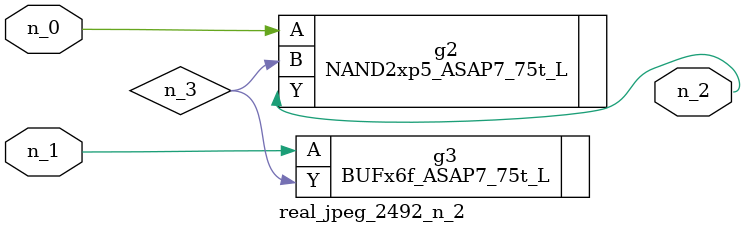
<source format=v>
module real_jpeg_2492_n_2 (n_1, n_0, n_2);

input n_1;
input n_0;

output n_2;

wire n_3;

NAND2xp5_ASAP7_75t_L g2 ( 
.A(n_0),
.B(n_3),
.Y(n_2)
);

BUFx6f_ASAP7_75t_L g3 ( 
.A(n_1),
.Y(n_3)
);


endmodule
</source>
